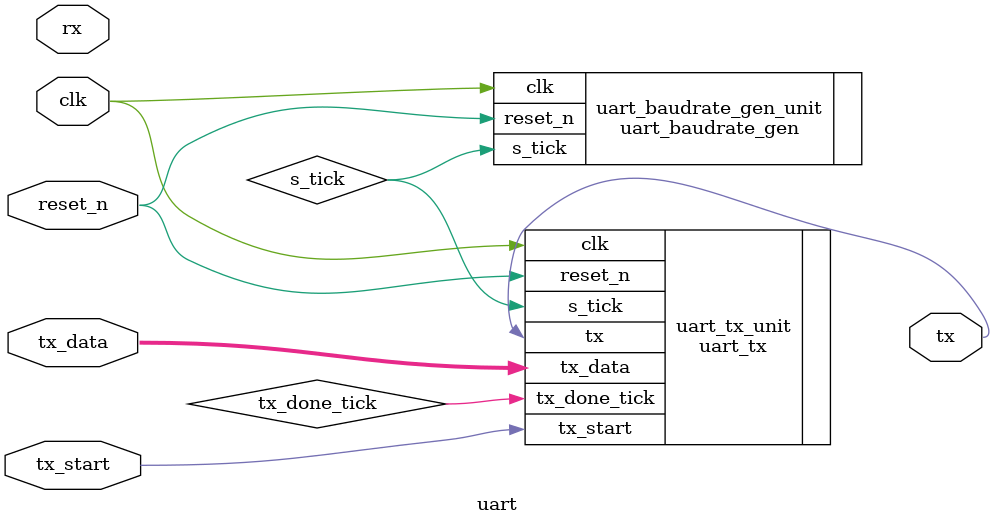
<source format=sv>
module uart
    #(
        parameter real  CLK_FREQ = 100_000_000, // 100 Mhz, 10 ns
                        BAUDRATE = 115_200,
        parameter       DATA_BIT = 8,
                        STOP_BIT = 1
    )
    (
        input logic clk,
        input logic reset_n,
        input logic tx_start,
        input logic [7:0] tx_data,
        input logic rx,
        output logic tx
    );

    /* ~~ Create uart_baudrate_gen unit ~~ */

    logic s_tick;

    uart_baudrate_gen #(.CLK_FREQ(CLK_FREQ), .BAUDRATE(BAUDRATE)) uart_baudrate_gen_unit(
        .clk(clk),
        .reset_n(reset_n),
        .s_tick(s_tick)
    );

    /* ~~ Create uart_tx unit ~~ */

    logic tx_done_tick;

    uart_tx #(.DATA_BIT(DATA_BIT), .STOP_BIT(STOP_BIT)) uart_tx_unit(
        .clk(clk),
        .reset_n(reset_n),
        .s_tick(s_tick),
        .tx_start(tx_start),
        .tx_data(tx_data),
        .tx_done_tick(tx_done_tick),
        .tx(tx)
    );
endmodule

</source>
